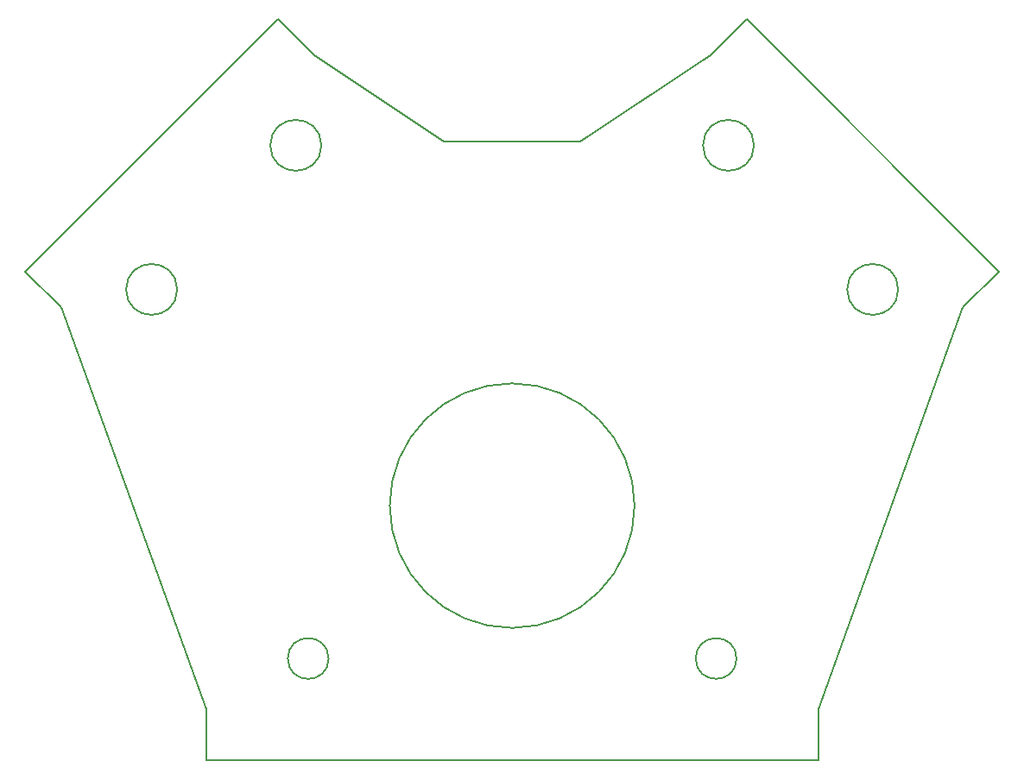
<source format=gbr>
%TF.GenerationSoftware,KiCad,Pcbnew,(6.0.4)*%
%TF.CreationDate,2022-10-09T11:32:07+02:00*%
%TF.ProjectId,V8_controller1.0,56385f63-6f6e-4747-926f-6c6c6572312e,rev?*%
%TF.SameCoordinates,Original*%
%TF.FileFunction,Profile,NP*%
%FSLAX46Y46*%
G04 Gerber Fmt 4.6, Leading zero omitted, Abs format (unit mm)*
G04 Created by KiCad (PCBNEW (6.0.4)) date 2022-10-09 11:32:07*
%MOMM*%
%LPD*%
G01*
G04 APERTURE LIST*
%TA.AperFunction,Profile*%
%ADD10C,0.200000*%
%TD*%
G04 APERTURE END LIST*
D10*
%TO.C,REF\u002A\u002A*%
X119445436Y-56064576D02*
X106698910Y-64490461D01*
X55805826Y-80813314D02*
X52270292Y-77277780D01*
X119445436Y-56064576D02*
X122980970Y-52529042D01*
X130000000Y-120258750D02*
X130000000Y-125258750D01*
X70000000Y-120258750D02*
X55805826Y-80813314D01*
X130000000Y-120258750D02*
X144194174Y-80813314D01*
X144194174Y-80813314D02*
X147729708Y-77277780D01*
X77019030Y-52529042D02*
X52270292Y-77277780D01*
X80554564Y-56064576D02*
X93301090Y-64490461D01*
X70000000Y-125258750D02*
X130000000Y-125258750D01*
X122980970Y-52529042D02*
X147729708Y-77277780D01*
X93301090Y-64490461D02*
X106698910Y-64490461D01*
X70000000Y-120258750D02*
X70000000Y-125258750D01*
X80554564Y-56064576D02*
X77019030Y-52529042D01*
X112000000Y-100258750D02*
G75*
G03*
X112000000Y-100258750I-12000000J0D01*
G01*
X82000000Y-115258750D02*
G75*
G03*
X82000000Y-115258750I-2000000J0D01*
G01*
X137855339Y-79045547D02*
G75*
G03*
X137855339Y-79045547I-2500000J0D01*
G01*
X122000000Y-115258750D02*
G75*
G03*
X122000000Y-115258750I-2000000J0D01*
G01*
X67144661Y-79045547D02*
G75*
G03*
X67144661Y-79045547I-2500000J0D01*
G01*
X123713203Y-64903411D02*
G75*
G03*
X123713203Y-64903411I-2500000J0D01*
G01*
X81286797Y-64903411D02*
G75*
G03*
X81286797Y-64903411I-2500000J0D01*
G01*
%TD*%
M02*

</source>
